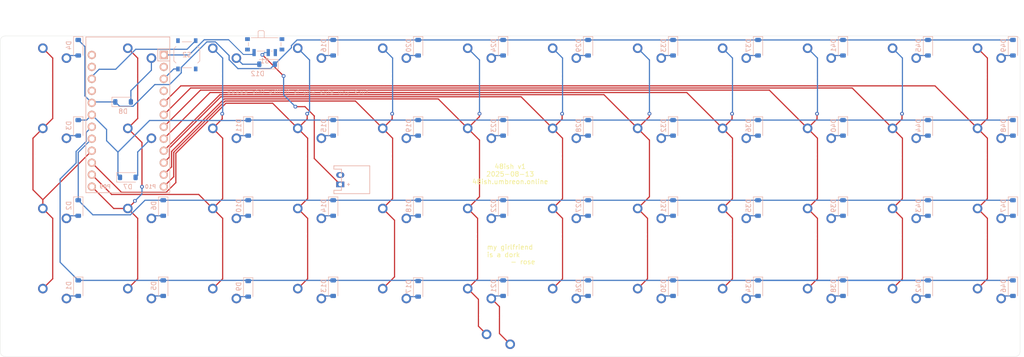
<source format=kicad_pcb>
(kicad_pcb
	(version 20241229)
	(generator "pcbnew")
	(generator_version "9.0")
	(general
		(thickness 1.6)
		(legacy_teardrops no)
	)
	(paper "A3")
	(title_block
		(title "plank")
		(rev "v1.0.0")
		(company "Unknown")
	)
	(layers
		(0 "F.Cu" signal)
		(2 "B.Cu" signal)
		(9 "F.Adhes" user "F.Adhesive")
		(11 "B.Adhes" user "B.Adhesive")
		(13 "F.Paste" user)
		(15 "B.Paste" user)
		(5 "F.SilkS" user "F.Silkscreen")
		(7 "B.SilkS" user "B.Silkscreen")
		(1 "F.Mask" user)
		(3 "B.Mask" user)
		(17 "Dwgs.User" user "User.Drawings")
		(19 "Cmts.User" user "User.Comments")
		(21 "Eco1.User" user "User.Eco1")
		(23 "Eco2.User" user "User.Eco2")
		(25 "Edge.Cuts" user)
		(27 "Margin" user)
		(31 "F.CrtYd" user "F.Courtyard")
		(29 "B.CrtYd" user "B.Courtyard")
		(35 "F.Fab" user)
		(33 "B.Fab" user)
	)
	(setup
		(pad_to_mask_clearance 0)
		(allow_soldermask_bridges_in_footprints no)
		(tenting front back)
		(pcbplotparams
			(layerselection 0x00000000_00000000_55555555_5755f5ff)
			(plot_on_all_layers_selection 0x00000000_00000000_00000000_00000000)
			(disableapertmacros no)
			(usegerberextensions no)
			(usegerberattributes yes)
			(usegerberadvancedattributes yes)
			(creategerberjobfile yes)
			(dashed_line_dash_ratio 12.000000)
			(dashed_line_gap_ratio 3.000000)
			(svgprecision 4)
			(plotframeref no)
			(mode 1)
			(useauxorigin no)
			(hpglpennumber 1)
			(hpglpenspeed 20)
			(hpglpendiameter 15.000000)
			(pdf_front_fp_property_popups yes)
			(pdf_back_fp_property_popups yes)
			(pdf_metadata yes)
			(pdf_single_document no)
			(dxfpolygonmode yes)
			(dxfimperialunits yes)
			(dxfusepcbnewfont yes)
			(psnegative no)
			(psa4output no)
			(plot_black_and_white yes)
			(sketchpadsonfab no)
			(plotpadnumbers no)
			(hidednponfab no)
			(sketchdnponfab yes)
			(crossoutdnponfab yes)
			(subtractmaskfromsilk no)
			(outputformat 1)
			(mirror no)
			(drillshape 0)
			(scaleselection 1)
			(outputdirectory "/home/erin/Downloads/48ish-out")
		)
	)
	(net 0 "")
	(net 1 "one_modrow")
	(net 2 "one")
	(net 3 "one_bottom")
	(net 4 "one_home")
	(net 5 "one_top")
	(net 6 "two_modrow")
	(net 7 "two")
	(net 8 "two_bottom")
	(net 9 "two_home")
	(net 10 "two_top")
	(net 11 "three_modrow")
	(net 12 "three")
	(net 13 "three_bottom")
	(net 14 "three_home")
	(net 15 "three_top")
	(net 16 "four_modrow")
	(net 17 "four")
	(net 18 "four_bottom")
	(net 19 "four_home")
	(net 20 "four_top")
	(net 21 "five_modrow")
	(net 22 "five")
	(net 23 "five_bottom")
	(net 24 "five_home")
	(net 25 "five_top")
	(net 26 "six_modrow")
	(net 27 "six")
	(net 28 "six_bottom")
	(net 29 "six_home")
	(net 30 "six_top")
	(net 31 "seven")
	(net 32 "seven_modrow")
	(net 33 "seven_bottom")
	(net 34 "seven_home")
	(net 35 "seven_top")
	(net 36 "eight_modrow")
	(net 37 "eight")
	(net 38 "eight_bottom")
	(net 39 "eight_home")
	(net 40 "eight_top")
	(net 41 "nine_modrow")
	(net 42 "nine")
	(net 43 "nine_bottom")
	(net 44 "nine_home")
	(net 45 "nine_top")
	(net 46 "ten_modrow")
	(net 47 "ten")
	(net 48 "ten_bottom")
	(net 49 "ten_home")
	(net 50 "ten_top")
	(net 51 "eleven_modrow")
	(net 52 "eleven")
	(net 53 "eleven_bottom")
	(net 54 "eleven_home")
	(net 55 "eleven_top")
	(net 56 "twelve_modrow")
	(net 57 "twelve")
	(net 58 "twelve_bottom")
	(net 59 "twelve_home")
	(net 60 "twelve_top")
	(net 61 "modrow")
	(net 62 "bottom")
	(net 63 "home")
	(net 64 "top")
	(net 65 "RAW")
	(net 66 "GND")
	(net 67 "RST")
	(net 68 "VCC")
	(net 69 "P1")
	(net 70 "P0")
	(net 71 "BAT")
	(footprint "PG1350" (layer "F.Cu") (at 162 -68))
	(footprint "PG1350" (layer "F.Cu") (at 108 -68))
	(footprint "PG1350" (layer "F.Cu") (at 72 -51))
	(footprint "PG1350" (layer "F.Cu") (at 18 -68))
	(footprint "PG1350" (layer "F.Cu") (at 180 -51))
	(footprint "PG1350" (layer "F.Cu") (at 108 -51))
	(footprint "PG1350" (layer "F.Cu") (at 54 -34))
	(footprint "PG1350" (layer "F.Cu") (at 0 -34))
	(footprint "PG1350" (layer "F.Cu") (at 36 -68))
	(footprint "PG1350" (layer "F.Cu") (at 144 -68))
	(footprint "PG1350" (layer "F.Cu") (at 72 -68))
	(footprint "PG1350" (layer "F.Cu") (at 72 -17))
	(footprint "PG1350" (layer "F.Cu") (at 180 -68))
	(footprint "PG1350" (layer "F.Cu") (at 54 -51))
	(footprint "PG1350" (layer "F.Cu") (at 90 -68))
	(footprint "PG1350" (layer "F.Cu") (at 36 -51))
	(footprint "PG1350" (layer "F.Cu") (at 108 -34))
	(footprint "PG1350" (layer "F.Cu") (at 18 -34))
	(footprint "PG1350" (layer "F.Cu") (at 0 -17))
	(footprint "JST_PH_S2B-PH-K_02x2.00mm_Angled" (layer "F.Cu") (at 63 -46 90))
	(footprint "PG1350" (layer "F.Cu") (at 126 -34))
	(footprint "PG1350" (layer "F.Cu") (at 36 -17))
	(footprint "PG1350" (layer "F.Cu") (at 72 -34))
	(footprint "PG1350" (layer "F.Cu") (at 144 -17))
	(footprint "PG1350" (layer "F.Cu") (at 144 -51))
	(footprint "PG1350" (layer "F.Cu") (at 90 -17))
	(footprint "PG1350" (layer "F.Cu") (at 54 -17))
	(footprint "PG1350" (layer "F.Cu") (at 162 -51))
	(footprint "PG1350" (layer "F.Cu") (at 99 -17 180))
	(footprint "PG1350" (layer "F.Cu") (at 198 -68))
	(footprint "PG1350" (layer "F.Cu") (at 126 -51))
	(footprint "PG1350" (layer "F.Cu") (at 180 -34))
	(footprint "PG1350" (layer "F.Cu") (at 126 -68))
	(footprint "PG1350" (layer "F.Cu") (at 90 -34))
	(footprint "PG1350" (layer "F.Cu") (at 162 -34))
	(footprint "PG1350" (layer "F.Cu") (at 90 -51))
	(footprint "PG1350" (layer "F.Cu") (at 144 -34))
	(footprint "PG1350" (layer "F.Cu") (at 54 -68))
	(footprint "PG1350" (layer "F.Cu") (at 198 -17))
	(footprint "PG1350" (layer "F.Cu") (at 180 -17))
	(footprint "PG1350" (layer "F.Cu") (at 162 -17))
	(footprint "PG1350" (layer "F.Cu") (at 18 -17))
	(footprint "PG1350" (layer "F.Cu") (at 126 -17))
	(footprint "PG1350" (layer "F.Cu") (at 18 -51))
	(footprint "PG1350" (layer "F.Cu") (at 0 -68))
	(footprint "PG1350" (layer "F.Cu") (at 36 -34))
	(footprint "PG1350" (layer "F.Cu") (at 198 -51))
	(footprint "PG1350" (layer "F.Cu") (at 108 -17))
	(footprint "PG1350" (layer "F.Cu") (at 198 -34))
	(footprint "PG1350" (layer "F.Cu") (at 0 -51))
	(footprint "Button_Switch_SMD:SW_SPDT_PCM12"
		(layer "B.Cu")
		(uuid "00000000-0000-0000-0000-00005bf2cc3c")
		(at 47 -74.4)
		(descr "Ultraminiature Surface Mount Slide Switch, right-angle, https://www.ckswitches.com/media/1424/pcm.pdf")
		(property "Reference" "S1"
			(at 0 3.2 0)
			(layer "B.SilkS")
			(uuid "ba3ad43d-dec1-442d-b9bf-0a5c22c8813e")
			(effects
				(font
					(size 1 1)
					(thickness 0.15)
				)
				(justify mirror)
			)
		)
		(property "Value" ""
			(at 0 -4.25 0)
			(layer "B.Fab")
			(uuid "55d02865-1639-47e2-960b-5c5d2d9fe983")
			(effects
				(font
					(size 1 1)
					(thickness 0.15)
				)
				(justify mirror)
			)
		)
		(property "Datasheet" ""
			(at 0 0 180)
			(unlocked yes)
			(layer "B.Fab")
			(hide yes)
			(uuid "5bbd18a2-010d-459a-92eb-416fa07392f5")
			(effects
				(font
					(size 1.27 1.27)
					(thickness 0.15)
				)
				(justify mirror)
			)
		)
		(property "Description" ""
			(at 0 0 180)
			(unlocked yes)
			(layer "B.Fab")
			(hide yes)
			(uuid "7204063f-6338-4535-992e-cbc33bee96ca")
			(effects
				(font
					(size 1.27 1.27)
					(thickness 0.15)
				)
				(justify mirror)
			)
		)
		(attr smd)
		(fp_line
			(start -3.45 0.07)
			(end -3.45 -0.72)
			(stroke
				(width 0.12)
				(type solid)
			)
			(layer "B.SilkS")
			(uuid "b0c925a1-755f-44aa-90f6-d61ecb35cb34")
		)
		(fp_line
			(start -2.85 -1.73)
			(end 2.85 -1.73)
			(stroke
				(width 0.12)
				(type solid)
			)
			(layer "B.SilkS")
			(uuid "32ad5941-ac00-4754-b787-a877c737d6d8")
		)
		(fp_line
			(s
... [320260 chars truncated]
</source>
